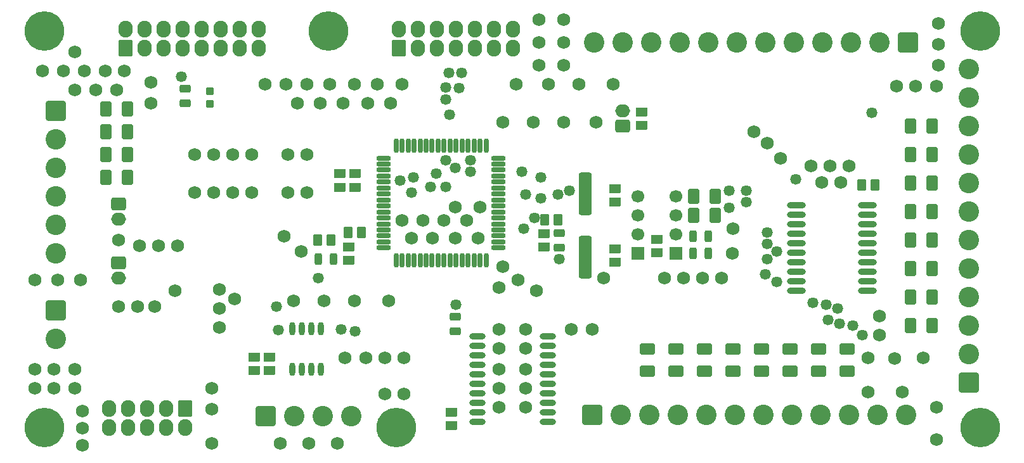
<source format=gts>
G04 Layer_Color=8388736*
%FSAX42Y42*%
%MOMM*%
G71*
G01*
G75*
G04:AMPARAMS|DCode=10|XSize=2mm|YSize=1.5mm|CornerRadius=0.26mm|HoleSize=0mm|Usage=FLASHONLY|Rotation=90.000|XOffset=0mm|YOffset=0mm|HoleType=Round|Shape=RoundedRectangle|*
%AMROUNDEDRECTD10*
21,1,2.00,0.97,0,0,90.0*
21,1,1.48,1.50,0,0,90.0*
1,1,0.53,0.49,0.74*
1,1,0.53,0.49,-0.74*
1,1,0.53,-0.49,-0.74*
1,1,0.53,-0.49,0.74*
%
%ADD10ROUNDEDRECTD10*%
%ADD11O,2.50X0.90*%
G04:AMPARAMS|DCode=12|XSize=1.6mm|YSize=1.2mm|CornerRadius=0.23mm|HoleSize=0mm|Usage=FLASHONLY|Rotation=90.000|XOffset=0mm|YOffset=0mm|HoleType=Round|Shape=RoundedRectangle|*
%AMROUNDEDRECTD12*
21,1,1.60,0.75,0,0,90.0*
21,1,1.15,1.20,0,0,90.0*
1,1,0.45,0.38,0.57*
1,1,0.45,0.38,-0.57*
1,1,0.45,-0.38,-0.57*
1,1,0.45,-0.38,0.57*
%
%ADD12ROUNDEDRECTD12*%
G04:AMPARAMS|DCode=13|XSize=1.6mm|YSize=1.2mm|CornerRadius=0.23mm|HoleSize=0mm|Usage=FLASHONLY|Rotation=0.000|XOffset=0mm|YOffset=0mm|HoleType=Round|Shape=RoundedRectangle|*
%AMROUNDEDRECTD13*
21,1,1.60,0.75,0,0,0.0*
21,1,1.15,1.20,0,0,0.0*
1,1,0.45,0.57,-0.38*
1,1,0.45,-0.57,-0.38*
1,1,0.45,-0.57,0.38*
1,1,0.45,0.57,0.38*
%
%ADD13ROUNDEDRECTD13*%
%ADD14O,0.75X1.95*%
%ADD15O,1.95X0.75*%
%ADD16O,0.80X1.80*%
G04:AMPARAMS|DCode=17|XSize=1mm|YSize=1mm|CornerRadius=0.2mm|HoleSize=0mm|Usage=FLASHONLY|Rotation=90.000|XOffset=0mm|YOffset=0mm|HoleType=Round|Shape=RoundedRectangle|*
%AMROUNDEDRECTD17*
21,1,1.00,0.60,0,0,90.0*
21,1,0.60,1.00,0,0,90.0*
1,1,0.40,0.30,0.30*
1,1,0.40,0.30,-0.30*
1,1,0.40,-0.30,-0.30*
1,1,0.40,-0.30,0.30*
%
%ADD17ROUNDEDRECTD17*%
G04:AMPARAMS|DCode=18|XSize=1.5mm|YSize=1mm|CornerRadius=0.2mm|HoleSize=0mm|Usage=FLASHONLY|Rotation=0.000|XOffset=0mm|YOffset=0mm|HoleType=Round|Shape=RoundedRectangle|*
%AMROUNDEDRECTD18*
21,1,1.50,0.60,0,0,0.0*
21,1,1.10,1.00,0,0,0.0*
1,1,0.40,0.55,-0.30*
1,1,0.40,-0.55,-0.30*
1,1,0.40,-0.55,0.30*
1,1,0.40,0.55,0.30*
%
%ADD18ROUNDEDRECTD18*%
G04:AMPARAMS|DCode=19|XSize=1.5mm|YSize=1mm|CornerRadius=0.2mm|HoleSize=0mm|Usage=FLASHONLY|Rotation=270.000|XOffset=0mm|YOffset=0mm|HoleType=Round|Shape=RoundedRectangle|*
%AMROUNDEDRECTD19*
21,1,1.50,0.60,0,0,270.0*
21,1,1.10,1.00,0,0,270.0*
1,1,0.40,-0.30,-0.55*
1,1,0.40,-0.30,0.55*
1,1,0.40,0.30,0.55*
1,1,0.40,0.30,-0.55*
%
%ADD19ROUNDEDRECTD19*%
G04:AMPARAMS|DCode=20|XSize=5.7mm|YSize=1.7mm|CornerRadius=0.29mm|HoleSize=0mm|Usage=FLASHONLY|Rotation=90.000|XOffset=0mm|YOffset=0mm|HoleType=Round|Shape=RoundedRectangle|*
%AMROUNDEDRECTD20*
21,1,5.70,1.13,0,0,90.0*
21,1,5.13,1.70,0,0,90.0*
1,1,0.58,0.56,2.56*
1,1,0.58,0.56,-2.56*
1,1,0.58,-0.56,-2.56*
1,1,0.58,-0.56,2.56*
%
%ADD20ROUNDEDRECTD20*%
%ADD21O,2.20X0.80*%
G04:AMPARAMS|DCode=22|XSize=2mm|YSize=1.5mm|CornerRadius=0.26mm|HoleSize=0mm|Usage=FLASHONLY|Rotation=0.000|XOffset=0mm|YOffset=0mm|HoleType=Round|Shape=RoundedRectangle|*
%AMROUNDEDRECTD22*
21,1,2.00,0.97,0,0,0.0*
21,1,1.48,1.50,0,0,0.0*
1,1,0.53,0.74,-0.49*
1,1,0.53,-0.74,-0.49*
1,1,0.53,-0.74,0.49*
1,1,0.53,0.74,0.49*
%
%ADD22ROUNDEDRECTD22*%
%ADD23C,1.73*%
%ADD24C,2.74*%
G04:AMPARAMS|DCode=25|XSize=2.74mm|YSize=2.74mm|CornerRadius=0.42mm|HoleSize=0mm|Usage=FLASHONLY|Rotation=180.000|XOffset=0mm|YOffset=0mm|HoleType=Round|Shape=RoundedRectangle|*
%AMROUNDEDRECTD25*
21,1,2.74,1.91,0,0,180.0*
21,1,1.91,2.74,0,0,180.0*
1,1,0.84,-0.95,0.95*
1,1,0.84,0.95,0.95*
1,1,0.84,0.95,-0.95*
1,1,0.84,-0.95,-0.95*
%
%ADD25ROUNDEDRECTD25*%
G04:AMPARAMS|DCode=26|XSize=1.73mm|YSize=1.98mm|CornerRadius=0.29mm|HoleSize=0mm|Usage=FLASHONLY|Rotation=270.000|XOffset=0mm|YOffset=0mm|HoleType=Round|Shape=RoundedRectangle|*
%AMROUNDEDRECTD26*
21,1,1.73,1.40,0,0,270.0*
21,1,1.14,1.98,0,0,270.0*
1,1,0.58,-0.70,-0.57*
1,1,0.58,-0.70,0.57*
1,1,0.58,0.70,0.57*
1,1,0.58,0.70,-0.57*
%
%ADD26ROUNDEDRECTD26*%
%ADD27O,1.98X1.73*%
G04:AMPARAMS|DCode=28|XSize=2.24mm|YSize=1.93mm|CornerRadius=0.32mm|HoleSize=0mm|Usage=FLASHONLY|Rotation=90.000|XOffset=0mm|YOffset=0mm|HoleType=Round|Shape=RoundedRectangle|*
%AMROUNDEDRECTD28*
21,1,2.24,1.30,0,0,90.0*
21,1,1.60,1.93,0,0,90.0*
1,1,0.64,0.65,0.80*
1,1,0.64,0.65,-0.80*
1,1,0.64,-0.65,-0.80*
1,1,0.64,-0.65,0.80*
%
%ADD28ROUNDEDRECTD28*%
%ADD29O,1.93X2.24*%
%ADD30R,1.70X1.70*%
%ADD31C,1.70*%
G04:AMPARAMS|DCode=32|XSize=2.74mm|YSize=2.74mm|CornerRadius=0.42mm|HoleSize=0mm|Usage=FLASHONLY|Rotation=270.000|XOffset=0mm|YOffset=0mm|HoleType=Round|Shape=RoundedRectangle|*
%AMROUNDEDRECTD32*
21,1,2.74,1.91,0,0,270.0*
21,1,1.91,2.74,0,0,270.0*
1,1,0.84,-0.95,-0.95*
1,1,0.84,-0.95,0.95*
1,1,0.84,0.95,0.95*
1,1,0.84,0.95,-0.95*
%
%ADD32ROUNDEDRECTD32*%
%ADD33C,5.28*%
%ADD34C,1.47*%
D10*
X004615Y009144D02*
D03*
X004325Y009144D02*
D03*
X004615Y008839D02*
D03*
X004325Y008839D02*
D03*
X004615Y009754D02*
D03*
X004325Y009754D02*
D03*
X004615Y009449D02*
D03*
X004325Y009449D02*
D03*
X015360Y006858D02*
D03*
X015070Y006858D02*
D03*
X015360Y007239D02*
D03*
X015070Y007239D02*
D03*
X015360Y007620D02*
D03*
X015070Y007620D02*
D03*
X015360Y008001D02*
D03*
X015070Y008001D02*
D03*
X015360Y008382D02*
D03*
X015070Y008382D02*
D03*
X015360Y008763D02*
D03*
X015070Y008763D02*
D03*
X015360Y009144D02*
D03*
X015070Y009144D02*
D03*
X015360Y009525D02*
D03*
X015070Y009525D02*
D03*
X012464Y008585D02*
D03*
X012174Y008585D02*
D03*
X012464Y008331D02*
D03*
X012174Y008331D02*
D03*
D11*
X014496Y007328D02*
D03*
X014496Y007455D02*
D03*
X014496Y007582D02*
D03*
X014496Y007709D02*
D03*
X014496Y007836D02*
D03*
X014496Y007963D02*
D03*
X014496Y008090D02*
D03*
X014496Y008217D02*
D03*
X014496Y008344D02*
D03*
X014496Y008471D02*
D03*
X013546Y007328D02*
D03*
X013546Y007455D02*
D03*
X013546Y007582D02*
D03*
X013546Y007709D02*
D03*
X013546Y007836D02*
D03*
X013546Y007963D02*
D03*
X013546Y008090D02*
D03*
X013546Y008217D02*
D03*
X013546Y008344D02*
D03*
X013546Y008471D02*
D03*
D12*
X014593Y008738D02*
D03*
X014413Y008738D02*
D03*
X007555Y008103D02*
D03*
X007735Y008103D02*
D03*
X007329Y008001D02*
D03*
X007149Y008001D02*
D03*
X010185Y008275D02*
D03*
X010365Y008275D02*
D03*
D13*
X008941Y005523D02*
D03*
X008941Y005703D02*
D03*
X010175Y008090D02*
D03*
X010175Y007910D02*
D03*
X011125Y008510D02*
D03*
X011125Y008690D02*
D03*
X007569Y007913D02*
D03*
X007569Y007733D02*
D03*
X006307Y006260D02*
D03*
X006307Y006440D02*
D03*
X011125Y007890D02*
D03*
X011125Y007710D02*
D03*
X007650Y008710D02*
D03*
X007650Y008890D02*
D03*
X011481Y009717D02*
D03*
X011481Y009537D02*
D03*
X006507Y006260D02*
D03*
X006507Y006440D02*
D03*
X011684Y008015D02*
D03*
X011684Y007835D02*
D03*
X007450Y008710D02*
D03*
X007450Y008890D02*
D03*
D14*
X008200Y007735D02*
D03*
X008280Y007735D02*
D03*
X008360Y007735D02*
D03*
X008440Y007735D02*
D03*
X008520Y007735D02*
D03*
X008600Y007735D02*
D03*
X008680Y007735D02*
D03*
X008760Y007735D02*
D03*
X008840Y007735D02*
D03*
X008920Y007735D02*
D03*
X009000Y007735D02*
D03*
X009080Y007735D02*
D03*
X009160Y007735D02*
D03*
X009240Y007735D02*
D03*
X009320Y007735D02*
D03*
X009400Y007735D02*
D03*
X009400Y009265D02*
D03*
X009320Y009265D02*
D03*
X009240Y009265D02*
D03*
X009160Y009265D02*
D03*
X009080Y009265D02*
D03*
X009000Y009265D02*
D03*
X008920Y009265D02*
D03*
X008840Y009265D02*
D03*
X008760Y009265D02*
D03*
X008680Y009265D02*
D03*
X008600Y009265D02*
D03*
X008520Y009265D02*
D03*
X008440Y009265D02*
D03*
X008360Y009265D02*
D03*
X008280Y009265D02*
D03*
X008200Y009265D02*
D03*
D15*
X009565Y007900D02*
D03*
X009565Y007980D02*
D03*
X009565Y008060D02*
D03*
X009565Y008140D02*
D03*
X009565Y008220D02*
D03*
X009565Y008300D02*
D03*
X009565Y008380D02*
D03*
X009565Y008460D02*
D03*
X009565Y008540D02*
D03*
X009565Y008620D02*
D03*
X009565Y008700D02*
D03*
X009565Y008780D02*
D03*
X009565Y008860D02*
D03*
X009565Y008940D02*
D03*
X009565Y009020D02*
D03*
X009565Y009100D02*
D03*
X008035Y009100D02*
D03*
X008035Y009020D02*
D03*
X008035Y008940D02*
D03*
X008035Y008860D02*
D03*
X008035Y008780D02*
D03*
X008035Y008700D02*
D03*
X008035Y008620D02*
D03*
X008035Y008540D02*
D03*
X008035Y008460D02*
D03*
X008035Y008380D02*
D03*
X008035Y008300D02*
D03*
X008035Y008220D02*
D03*
X008035Y008140D02*
D03*
X008035Y008060D02*
D03*
X008035Y007980D02*
D03*
X008035Y007900D02*
D03*
D16*
X006817Y006280D02*
D03*
X006943Y006280D02*
D03*
X007071Y006280D02*
D03*
X007197Y006280D02*
D03*
X006817Y006820D02*
D03*
X006943Y006820D02*
D03*
X007071Y006820D02*
D03*
X007197Y006820D02*
D03*
D17*
X005715Y009821D02*
D03*
X005715Y009991D02*
D03*
D18*
X010375Y007900D02*
D03*
X010375Y008100D02*
D03*
X005385Y009831D02*
D03*
X005385Y010031D02*
D03*
X008992Y006783D02*
D03*
X008992Y006983D02*
D03*
D19*
X007164Y007747D02*
D03*
X007364Y007747D02*
D03*
X012168Y008052D02*
D03*
X012368Y008052D02*
D03*
X012168Y007823D02*
D03*
X012368Y007823D02*
D03*
D20*
X010725Y007775D02*
D03*
X010725Y008625D02*
D03*
D21*
X009284Y006718D02*
D03*
X009284Y006591D02*
D03*
X009284Y006464D02*
D03*
X009284Y006337D02*
D03*
X009284Y006210D02*
D03*
X009284Y006083D02*
D03*
X009284Y005956D02*
D03*
X009284Y005829D02*
D03*
X009284Y005702D02*
D03*
X009284Y005575D02*
D03*
X010224Y006718D02*
D03*
X010224Y006591D02*
D03*
X010224Y006464D02*
D03*
X010224Y006337D02*
D03*
X010224Y006210D02*
D03*
X010224Y006083D02*
D03*
X010224Y005956D02*
D03*
X010224Y005829D02*
D03*
X010224Y005702D02*
D03*
X010224Y005575D02*
D03*
D22*
X014224Y006546D02*
D03*
X014224Y006256D02*
D03*
X013843Y006546D02*
D03*
X013843Y006256D02*
D03*
X013462Y006546D02*
D03*
X013462Y006256D02*
D03*
X013081Y006546D02*
D03*
X013081Y006256D02*
D03*
X012700Y006546D02*
D03*
X012700Y006256D02*
D03*
X012319Y006546D02*
D03*
X012319Y006256D02*
D03*
X011938Y006546D02*
D03*
X011938Y006256D02*
D03*
X011557Y006546D02*
D03*
X011557Y006256D02*
D03*
D23*
X009627Y007645D02*
D03*
X010071Y007328D02*
D03*
X009830Y007468D02*
D03*
X009576Y007366D02*
D03*
X009931Y005766D02*
D03*
X009931Y006020D02*
D03*
X009931Y006274D02*
D03*
X009931Y006553D02*
D03*
X009576Y005766D02*
D03*
X009576Y006020D02*
D03*
X009576Y006274D02*
D03*
X009576Y006553D02*
D03*
X009931Y006807D02*
D03*
X009576Y006807D02*
D03*
X010541Y006807D02*
D03*
X010820Y006807D02*
D03*
X015443Y010338D02*
D03*
X015443Y010617D02*
D03*
X015443Y010897D02*
D03*
X013335Y009093D02*
D03*
X013157Y009296D02*
D03*
X014135Y008776D02*
D03*
X013881Y008776D02*
D03*
X015418Y005766D02*
D03*
X006452Y010084D02*
D03*
X010109Y010338D02*
D03*
X010109Y010643D02*
D03*
X010109Y010947D02*
D03*
X010439Y010947D02*
D03*
X010439Y010643D02*
D03*
X010439Y010338D02*
D03*
X009322Y008445D02*
D03*
X008992Y008445D02*
D03*
X009296Y008026D02*
D03*
X008992Y008026D02*
D03*
X008687Y008026D02*
D03*
X008407Y008026D02*
D03*
X009144Y008267D02*
D03*
X008839Y008267D02*
D03*
X008560Y008267D02*
D03*
X008280Y008267D02*
D03*
X005247Y007326D02*
D03*
X003988Y007468D02*
D03*
X003378Y007468D02*
D03*
X003683Y007468D02*
D03*
X004496Y008001D02*
D03*
X004775Y007925D02*
D03*
X005029Y007925D02*
D03*
X005283Y007925D02*
D03*
X012979Y009449D02*
D03*
X007417Y005283D02*
D03*
X007036Y005283D02*
D03*
X006655Y005283D02*
D03*
X005740Y005283D02*
D03*
X004013Y005715D02*
D03*
X004013Y005486D02*
D03*
X004013Y005258D02*
D03*
X003912Y006020D02*
D03*
X003632Y006020D02*
D03*
X003378Y006020D02*
D03*
X003912Y006274D02*
D03*
X003632Y006274D02*
D03*
X003378Y006274D02*
D03*
X004496Y007112D02*
D03*
X004750Y007112D02*
D03*
X004978Y007112D02*
D03*
X008128Y009830D02*
D03*
X007823Y009830D02*
D03*
X007493Y009830D02*
D03*
X007188Y009830D02*
D03*
X006883Y009830D02*
D03*
X006731Y010084D02*
D03*
X007010Y010084D02*
D03*
X004470Y010008D02*
D03*
X004191Y010008D02*
D03*
X003912Y010008D02*
D03*
X003912Y010516D02*
D03*
X003480Y010262D02*
D03*
X003759Y010262D02*
D03*
X004039Y010262D02*
D03*
X004318Y010262D02*
D03*
X004572Y010262D02*
D03*
X004928Y009830D02*
D03*
X004928Y010109D02*
D03*
X005512Y009144D02*
D03*
X005766Y009144D02*
D03*
X006020Y009144D02*
D03*
X006274Y009144D02*
D03*
X006756Y009144D02*
D03*
X007010Y009144D02*
D03*
X005512Y008636D02*
D03*
X005766Y008636D02*
D03*
X006020Y008636D02*
D03*
X006274Y008636D02*
D03*
X006756Y008636D02*
D03*
X007010Y008636D02*
D03*
X006045Y007214D02*
D03*
X005842Y007341D02*
D03*
X005842Y007087D02*
D03*
X005842Y006833D02*
D03*
X005740Y006020D02*
D03*
X005740Y005740D02*
D03*
X006706Y008052D02*
D03*
X006934Y007849D02*
D03*
X006833Y007188D02*
D03*
X007239Y007188D02*
D03*
X007645Y007188D02*
D03*
X008103Y007188D02*
D03*
X008052Y005944D02*
D03*
X008306Y005944D02*
D03*
X008306Y006426D02*
D03*
X008052Y006426D02*
D03*
X007798Y006426D02*
D03*
X007518Y006426D02*
D03*
X015418Y005334D02*
D03*
X014961Y005969D02*
D03*
X014503Y005969D02*
D03*
X014656Y006731D02*
D03*
X014656Y006985D02*
D03*
X015240Y006426D02*
D03*
X014859Y006419D02*
D03*
X014503Y006426D02*
D03*
X012693Y007823D02*
D03*
X012700Y008153D02*
D03*
X012548Y007493D02*
D03*
X012294Y007493D02*
D03*
X012040Y007493D02*
D03*
X011786Y007493D02*
D03*
X010973Y007493D02*
D03*
X015418Y010058D02*
D03*
X015138Y010058D02*
D03*
X014884Y010058D02*
D03*
X014249Y008992D02*
D03*
X013995Y008992D02*
D03*
X013741Y008992D02*
D03*
X010871Y009576D02*
D03*
X010439Y009576D02*
D03*
X010033Y009576D02*
D03*
X009627Y009576D02*
D03*
X011100Y010084D02*
D03*
X010643Y010084D02*
D03*
X010236Y010084D02*
D03*
X009804Y010084D02*
D03*
X007950Y010084D02*
D03*
X007645Y010084D02*
D03*
X007315Y010084D02*
D03*
X008280Y010084D02*
D03*
D24*
X003658Y007823D02*
D03*
X003658Y008204D02*
D03*
X003658Y009347D02*
D03*
X003658Y008966D02*
D03*
X003658Y008585D02*
D03*
X015850Y006858D02*
D03*
X015850Y007239D02*
D03*
X015850Y006477D02*
D03*
X015850Y007620D02*
D03*
X015850Y008001D02*
D03*
X015850Y008763D02*
D03*
X015850Y008382D02*
D03*
X015850Y009906D02*
D03*
X015850Y010287D02*
D03*
X015850Y009525D02*
D03*
X015850Y009144D02*
D03*
X006838Y005650D02*
D03*
X007600Y005650D02*
D03*
X007219Y005650D02*
D03*
X003658Y006680D02*
D03*
X013868Y005664D02*
D03*
X014249Y005664D02*
D03*
X015011Y005664D02*
D03*
X014630Y005664D02*
D03*
X013106Y005664D02*
D03*
X013487Y005664D02*
D03*
X012725Y005664D02*
D03*
X012344Y005664D02*
D03*
X011201Y005664D02*
D03*
X011963Y005664D02*
D03*
X011582Y005664D02*
D03*
X011989Y010643D02*
D03*
X011608Y010643D02*
D03*
X010846Y010643D02*
D03*
X011227Y010643D02*
D03*
X012751Y010643D02*
D03*
X012370Y010643D02*
D03*
X013132Y010643D02*
D03*
X013513Y010643D02*
D03*
X014656Y010643D02*
D03*
X013894Y010643D02*
D03*
X014275Y010643D02*
D03*
D25*
X003658Y009728D02*
D03*
X015850Y006096D02*
D03*
X003658Y007061D02*
D03*
D26*
X004496Y008484D02*
D03*
X004496Y007696D02*
D03*
X011227Y009525D02*
D03*
D27*
X004496Y008280D02*
D03*
X004496Y007493D02*
D03*
X011227Y009728D02*
D03*
D28*
X008238Y010573D02*
D03*
X004588Y010573D02*
D03*
X005383Y005752D02*
D03*
D29*
X008492Y010573D02*
D03*
X008746Y010573D02*
D03*
X009000Y010573D02*
D03*
X009254Y010573D02*
D03*
X009508Y010573D02*
D03*
X009762Y010573D02*
D03*
X008238Y010827D02*
D03*
X008492Y010827D02*
D03*
X008746Y010827D02*
D03*
X009000Y010827D02*
D03*
X009254Y010827D02*
D03*
X009508Y010827D02*
D03*
X009762Y010827D02*
D03*
X006366Y010827D02*
D03*
X006112Y010827D02*
D03*
X005858Y010827D02*
D03*
X005604Y010827D02*
D03*
X005350Y010827D02*
D03*
X005096Y010827D02*
D03*
X004842Y010827D02*
D03*
X004588Y010827D02*
D03*
X006366Y010573D02*
D03*
X006112Y010573D02*
D03*
X005858Y010573D02*
D03*
X005604Y010573D02*
D03*
X005350Y010573D02*
D03*
X005096Y010573D02*
D03*
X004842Y010573D02*
D03*
X005129Y005752D02*
D03*
X004875Y005752D02*
D03*
X004621Y005752D02*
D03*
X004367Y005752D02*
D03*
X005383Y005498D02*
D03*
X005129Y005498D02*
D03*
X004875Y005498D02*
D03*
X004621Y005498D02*
D03*
X004367Y005498D02*
D03*
D30*
X011425Y007825D02*
D03*
X011938Y007823D02*
D03*
D31*
X011425Y008079D02*
D03*
X011425Y008333D02*
D03*
X011425Y008587D02*
D03*
X011938Y008077D02*
D03*
X011938Y008331D02*
D03*
X011938Y008585D02*
D03*
D32*
X006457Y005650D02*
D03*
X010820Y005664D02*
D03*
X015037Y010643D02*
D03*
D33*
X003500Y010800D02*
D03*
X008200Y005500D02*
D03*
X016000Y005500D02*
D03*
X016000Y010800D02*
D03*
X007300Y010800D02*
D03*
X003501Y005500D02*
D03*
D34*
X008255Y008800D02*
D03*
X013132Y007544D02*
D03*
X013284Y007442D02*
D03*
X013157Y007747D02*
D03*
X014554Y009703D02*
D03*
X013538Y008814D02*
D03*
X009000Y007137D02*
D03*
X013157Y008103D02*
D03*
X013157Y007950D02*
D03*
X013284Y007849D02*
D03*
X014097Y007087D02*
D03*
X013945Y007137D02*
D03*
X013767Y007163D02*
D03*
X013970Y006934D02*
D03*
X014122Y006883D02*
D03*
X014300Y006858D02*
D03*
X014427Y006731D02*
D03*
X009906Y008153D02*
D03*
X008865Y009881D02*
D03*
X010375Y007747D02*
D03*
X007648Y006787D02*
D03*
X008901Y010236D02*
D03*
X009072Y010236D02*
D03*
X009042Y010033D02*
D03*
X008915Y009677D02*
D03*
X010050Y008300D02*
D03*
X006625Y006800D02*
D03*
X005334Y010185D02*
D03*
X007163Y007493D02*
D03*
X007468Y006807D02*
D03*
X006604Y007112D02*
D03*
X008433Y008839D02*
D03*
X008407Y008636D02*
D03*
X008992Y008966D02*
D03*
X008865Y009068D02*
D03*
X008738Y008890D02*
D03*
X009195Y009068D02*
D03*
X009195Y008915D02*
D03*
X008865Y008712D02*
D03*
X008661Y008712D02*
D03*
X010363Y008611D02*
D03*
X010135Y008560D02*
D03*
X009931Y008611D02*
D03*
X010516Y008661D02*
D03*
X010135Y008839D02*
D03*
X009881Y008915D02*
D03*
X012878Y008661D02*
D03*
X012878Y008509D02*
D03*
X012649Y008661D02*
D03*
X012649Y008433D02*
D03*
X008865Y010046D02*
D03*
M02*

</source>
